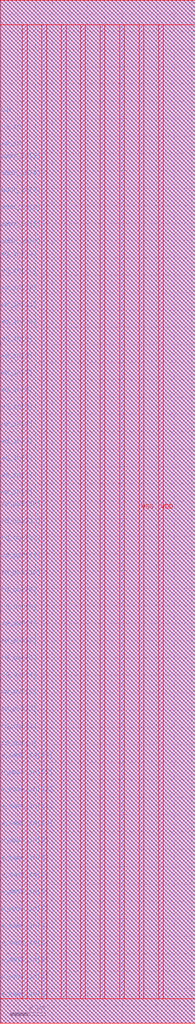
<source format=lef>
VERSION 5.7 ;
BUSBITCHARS "[]" ;
MACRO fakeram45_64x15
  FOREIGN fakeram45_64x15 0 0 ;
  SYMMETRY X Y R90 ;
  SIZE 11.210 BY 58.800 ;
  CLASS BLOCK ;
  PIN w_mask_in[0]
    DIRECTION INPUT ;
    USE SIGNAL ;
    SHAPE ABUTMENT ;
    PORT
      LAYER metal3 ;
      RECT 0.000 1.365 0.070 1.435 ;
    END
  END w_mask_in[0]
  PIN w_mask_in[1]
    DIRECTION INPUT ;
    USE SIGNAL ;
    SHAPE ABUTMENT ;
    PORT
      LAYER metal3 ;
      RECT 0.000 2.345 0.070 2.415 ;
    END
  END w_mask_in[1]
  PIN w_mask_in[2]
    DIRECTION INPUT ;
    USE SIGNAL ;
    SHAPE ABUTMENT ;
    PORT
      LAYER metal3 ;
      RECT 0.000 3.325 0.070 3.395 ;
    END
  END w_mask_in[2]
  PIN w_mask_in[3]
    DIRECTION INPUT ;
    USE SIGNAL ;
    SHAPE ABUTMENT ;
    PORT
      LAYER metal3 ;
      RECT 0.000 4.305 0.070 4.375 ;
    END
  END w_mask_in[3]
  PIN w_mask_in[4]
    DIRECTION INPUT ;
    USE SIGNAL ;
    SHAPE ABUTMENT ;
    PORT
      LAYER metal3 ;
      RECT 0.000 5.285 0.070 5.355 ;
    END
  END w_mask_in[4]
  PIN w_mask_in[5]
    DIRECTION INPUT ;
    USE SIGNAL ;
    SHAPE ABUTMENT ;
    PORT
      LAYER metal3 ;
      RECT 0.000 6.265 0.070 6.335 ;
    END
  END w_mask_in[5]
  PIN w_mask_in[6]
    DIRECTION INPUT ;
    USE SIGNAL ;
    SHAPE ABUTMENT ;
    PORT
      LAYER metal3 ;
      RECT 0.000 7.245 0.070 7.315 ;
    END
  END w_mask_in[6]
  PIN w_mask_in[7]
    DIRECTION INPUT ;
    USE SIGNAL ;
    SHAPE ABUTMENT ;
    PORT
      LAYER metal3 ;
      RECT 0.000 8.225 0.070 8.295 ;
    END
  END w_mask_in[7]
  PIN w_mask_in[8]
    DIRECTION INPUT ;
    USE SIGNAL ;
    SHAPE ABUTMENT ;
    PORT
      LAYER metal3 ;
      RECT 0.000 9.205 0.070 9.275 ;
    END
  END w_mask_in[8]
  PIN w_mask_in[9]
    DIRECTION INPUT ;
    USE SIGNAL ;
    SHAPE ABUTMENT ;
    PORT
      LAYER metal3 ;
      RECT 0.000 10.185 0.070 10.255 ;
    END
  END w_mask_in[9]
  PIN w_mask_in[10]
    DIRECTION INPUT ;
    USE SIGNAL ;
    SHAPE ABUTMENT ;
    PORT
      LAYER metal3 ;
      RECT 0.000 11.165 0.070 11.235 ;
    END
  END w_mask_in[10]
  PIN w_mask_in[11]
    DIRECTION INPUT ;
    USE SIGNAL ;
    SHAPE ABUTMENT ;
    PORT
      LAYER metal3 ;
      RECT 0.000 12.145 0.070 12.215 ;
    END
  END w_mask_in[11]
  PIN w_mask_in[12]
    DIRECTION INPUT ;
    USE SIGNAL ;
    SHAPE ABUTMENT ;
    PORT
      LAYER metal3 ;
      RECT 0.000 13.125 0.070 13.195 ;
    END
  END w_mask_in[12]
  PIN w_mask_in[13]
    DIRECTION INPUT ;
    USE SIGNAL ;
    SHAPE ABUTMENT ;
    PORT
      LAYER metal3 ;
      RECT 0.000 14.105 0.070 14.175 ;
    END
  END w_mask_in[13]
  PIN w_mask_in[14]
    DIRECTION INPUT ;
    USE SIGNAL ;
    SHAPE ABUTMENT ;
    PORT
      LAYER metal3 ;
      RECT 0.000 15.085 0.070 15.155 ;
    END
  END w_mask_in[14]
  PIN rd_out[0]
    DIRECTION OUTPUT ;
    USE SIGNAL ;
    SHAPE ABUTMENT ;
    PORT
      LAYER metal3 ;
      RECT 0.000 15.785 0.070 15.855 ;
    END
  END rd_out[0]
  PIN rd_out[1]
    DIRECTION OUTPUT ;
    USE SIGNAL ;
    SHAPE ABUTMENT ;
    PORT
      LAYER metal3 ;
      RECT 0.000 16.765 0.070 16.835 ;
    END
  END rd_out[1]
  PIN rd_out[2]
    DIRECTION OUTPUT ;
    USE SIGNAL ;
    SHAPE ABUTMENT ;
    PORT
      LAYER metal3 ;
      RECT 0.000 17.745 0.070 17.815 ;
    END
  END rd_out[2]
  PIN rd_out[3]
    DIRECTION OUTPUT ;
    USE SIGNAL ;
    SHAPE ABUTMENT ;
    PORT
      LAYER metal3 ;
      RECT 0.000 18.725 0.070 18.795 ;
    END
  END rd_out[3]
  PIN rd_out[4]
    DIRECTION OUTPUT ;
    USE SIGNAL ;
    SHAPE ABUTMENT ;
    PORT
      LAYER metal3 ;
      RECT 0.000 19.705 0.070 19.775 ;
    END
  END rd_out[4]
  PIN rd_out[5]
    DIRECTION OUTPUT ;
    USE SIGNAL ;
    SHAPE ABUTMENT ;
    PORT
      LAYER metal3 ;
      RECT 0.000 20.685 0.070 20.755 ;
    END
  END rd_out[5]
  PIN rd_out[6]
    DIRECTION OUTPUT ;
    USE SIGNAL ;
    SHAPE ABUTMENT ;
    PORT
      LAYER metal3 ;
      RECT 0.000 21.665 0.070 21.735 ;
    END
  END rd_out[6]
  PIN rd_out[7]
    DIRECTION OUTPUT ;
    USE SIGNAL ;
    SHAPE ABUTMENT ;
    PORT
      LAYER metal3 ;
      RECT 0.000 22.645 0.070 22.715 ;
    END
  END rd_out[7]
  PIN rd_out[8]
    DIRECTION OUTPUT ;
    USE SIGNAL ;
    SHAPE ABUTMENT ;
    PORT
      LAYER metal3 ;
      RECT 0.000 23.625 0.070 23.695 ;
    END
  END rd_out[8]
  PIN rd_out[9]
    DIRECTION OUTPUT ;
    USE SIGNAL ;
    SHAPE ABUTMENT ;
    PORT
      LAYER metal3 ;
      RECT 0.000 24.605 0.070 24.675 ;
    END
  END rd_out[9]
  PIN rd_out[10]
    DIRECTION OUTPUT ;
    USE SIGNAL ;
    SHAPE ABUTMENT ;
    PORT
      LAYER metal3 ;
      RECT 0.000 25.585 0.070 25.655 ;
    END
  END rd_out[10]
  PIN rd_out[11]
    DIRECTION OUTPUT ;
    USE SIGNAL ;
    SHAPE ABUTMENT ;
    PORT
      LAYER metal3 ;
      RECT 0.000 26.565 0.070 26.635 ;
    END
  END rd_out[11]
  PIN rd_out[12]
    DIRECTION OUTPUT ;
    USE SIGNAL ;
    SHAPE ABUTMENT ;
    PORT
      LAYER metal3 ;
      RECT 0.000 27.545 0.070 27.615 ;
    END
  END rd_out[12]
  PIN rd_out[13]
    DIRECTION OUTPUT ;
    USE SIGNAL ;
    SHAPE ABUTMENT ;
    PORT
      LAYER metal3 ;
      RECT 0.000 28.525 0.070 28.595 ;
    END
  END rd_out[13]
  PIN rd_out[14]
    DIRECTION OUTPUT ;
    USE SIGNAL ;
    SHAPE ABUTMENT ;
    PORT
      LAYER metal3 ;
      RECT 0.000 29.505 0.070 29.575 ;
    END
  END rd_out[14]
  PIN wd_in[0]
    DIRECTION INPUT ;
    USE SIGNAL ;
    SHAPE ABUTMENT ;
    PORT
      LAYER metal3 ;
      RECT 0.000 30.205 0.070 30.275 ;
    END
  END wd_in[0]
  PIN wd_in[1]
    DIRECTION INPUT ;
    USE SIGNAL ;
    SHAPE ABUTMENT ;
    PORT
      LAYER metal3 ;
      RECT 0.000 31.185 0.070 31.255 ;
    END
  END wd_in[1]
  PIN wd_in[2]
    DIRECTION INPUT ;
    USE SIGNAL ;
    SHAPE ABUTMENT ;
    PORT
      LAYER metal3 ;
      RECT 0.000 32.165 0.070 32.235 ;
    END
  END wd_in[2]
  PIN wd_in[3]
    DIRECTION INPUT ;
    USE SIGNAL ;
    SHAPE ABUTMENT ;
    PORT
      LAYER metal3 ;
      RECT 0.000 33.145 0.070 33.215 ;
    END
  END wd_in[3]
  PIN wd_in[4]
    DIRECTION INPUT ;
    USE SIGNAL ;
    SHAPE ABUTMENT ;
    PORT
      LAYER metal3 ;
      RECT 0.000 34.125 0.070 34.195 ;
    END
  END wd_in[4]
  PIN wd_in[5]
    DIRECTION INPUT ;
    USE SIGNAL ;
    SHAPE ABUTMENT ;
    PORT
      LAYER metal3 ;
      RECT 0.000 35.105 0.070 35.175 ;
    END
  END wd_in[5]
  PIN wd_in[6]
    DIRECTION INPUT ;
    USE SIGNAL ;
    SHAPE ABUTMENT ;
    PORT
      LAYER metal3 ;
      RECT 0.000 36.085 0.070 36.155 ;
    END
  END wd_in[6]
  PIN wd_in[7]
    DIRECTION INPUT ;
    USE SIGNAL ;
    SHAPE ABUTMENT ;
    PORT
      LAYER metal3 ;
      RECT 0.000 37.065 0.070 37.135 ;
    END
  END wd_in[7]
  PIN wd_in[8]
    DIRECTION INPUT ;
    USE SIGNAL ;
    SHAPE ABUTMENT ;
    PORT
      LAYER metal3 ;
      RECT 0.000 38.045 0.070 38.115 ;
    END
  END wd_in[8]
  PIN wd_in[9]
    DIRECTION INPUT ;
    USE SIGNAL ;
    SHAPE ABUTMENT ;
    PORT
      LAYER metal3 ;
      RECT 0.000 39.025 0.070 39.095 ;
    END
  END wd_in[9]
  PIN wd_in[10]
    DIRECTION INPUT ;
    USE SIGNAL ;
    SHAPE ABUTMENT ;
    PORT
      LAYER metal3 ;
      RECT 0.000 40.005 0.070 40.075 ;
    END
  END wd_in[10]
  PIN wd_in[11]
    DIRECTION INPUT ;
    USE SIGNAL ;
    SHAPE ABUTMENT ;
    PORT
      LAYER metal3 ;
      RECT 0.000 40.985 0.070 41.055 ;
    END
  END wd_in[11]
  PIN wd_in[12]
    DIRECTION INPUT ;
    USE SIGNAL ;
    SHAPE ABUTMENT ;
    PORT
      LAYER metal3 ;
      RECT 0.000 41.965 0.070 42.035 ;
    END
  END wd_in[12]
  PIN wd_in[13]
    DIRECTION INPUT ;
    USE SIGNAL ;
    SHAPE ABUTMENT ;
    PORT
      LAYER metal3 ;
      RECT 0.000 42.945 0.070 43.015 ;
    END
  END wd_in[13]
  PIN wd_in[14]
    DIRECTION INPUT ;
    USE SIGNAL ;
    SHAPE ABUTMENT ;
    PORT
      LAYER metal3 ;
      RECT 0.000 43.925 0.070 43.995 ;
    END
  END wd_in[14]
  PIN addr_in[0]
    DIRECTION INPUT ;
    USE SIGNAL ;
    SHAPE ABUTMENT ;
    PORT
      LAYER metal3 ;
      RECT 0.000 44.625 0.070 44.695 ;
    END
  END addr_in[0]
  PIN addr_in[1]
    DIRECTION INPUT ;
    USE SIGNAL ;
    SHAPE ABUTMENT ;
    PORT
      LAYER metal3 ;
      RECT 0.000 45.605 0.070 45.675 ;
    END
  END addr_in[1]
  PIN addr_in[2]
    DIRECTION INPUT ;
    USE SIGNAL ;
    SHAPE ABUTMENT ;
    PORT
      LAYER metal3 ;
      RECT 0.000 46.585 0.070 46.655 ;
    END
  END addr_in[2]
  PIN addr_in[3]
    DIRECTION INPUT ;
    USE SIGNAL ;
    SHAPE ABUTMENT ;
    PORT
      LAYER metal3 ;
      RECT 0.000 47.565 0.070 47.635 ;
    END
  END addr_in[3]
  PIN addr_in[4]
    DIRECTION INPUT ;
    USE SIGNAL ;
    SHAPE ABUTMENT ;
    PORT
      LAYER metal3 ;
      RECT 0.000 48.545 0.070 48.615 ;
    END
  END addr_in[4]
  PIN addr_in[5]
    DIRECTION INPUT ;
    USE SIGNAL ;
    SHAPE ABUTMENT ;
    PORT
      LAYER metal3 ;
      RECT 0.000 49.525 0.070 49.595 ;
    END
  END addr_in[5]
  PIN we_in
    DIRECTION INPUT ;
    USE SIGNAL ;
    SHAPE ABUTMENT ;
    PORT
      LAYER metal3 ;
      RECT 0.000 50.225 0.070 50.295 ;
    END
  END we_in
  PIN ce_in
    DIRECTION INPUT ;
    USE SIGNAL ;
    SHAPE ABUTMENT ;
    PORT
      LAYER metal3 ;
      RECT 0.000 51.205 0.070 51.275 ;
    END
  END ce_in
  PIN clk
    DIRECTION INPUT ;
    USE SIGNAL ;
    SHAPE ABUTMENT ;
    PORT
      LAYER metal3 ;
      RECT 0.000 52.185 0.070 52.255 ;
    END
  END clk
  PIN VSS
    DIRECTION INOUT ;
    USE GROUND ;
    PORT
      LAYER metal4 ;
      RECT 1.260 1.400 1.540 57.400 ;
      RECT 3.500 1.400 3.780 57.400 ;
      RECT 5.740 1.400 6.020 57.400 ;
      RECT 7.980 1.400 8.260 57.400 ;
    END
  END VSS
  PIN VDD
    DIRECTION INOUT ;
    USE POWER ;
    PORT
      LAYER metal4 ;
      RECT 2.380 1.400 2.660 57.400 ;
      RECT 4.620 1.400 4.900 57.400 ;
      RECT 6.860 1.400 7.140 57.400 ;
      RECT 9.100 1.400 9.380 57.400 ;
    END
  END VDD
  OBS
    LAYER metal1 ;
    RECT 0 0 11.210 58.800 ;
    LAYER metal2 ;
    RECT 0 0 11.210 58.800 ;
    LAYER metal3 ;
    RECT 0.070 0 11.210 58.800 ;
    RECT 0 0.000 0.070 1.365 ;
    RECT 0 1.435 0.070 2.345 ;
    RECT 0 2.415 0.070 3.325 ;
    RECT 0 3.395 0.070 4.305 ;
    RECT 0 4.375 0.070 5.285 ;
    RECT 0 5.355 0.070 6.265 ;
    RECT 0 6.335 0.070 7.245 ;
    RECT 0 7.315 0.070 8.225 ;
    RECT 0 8.295 0.070 9.205 ;
    RECT 0 9.275 0.070 10.185 ;
    RECT 0 10.255 0.070 11.165 ;
    RECT 0 11.235 0.070 12.145 ;
    RECT 0 12.215 0.070 13.125 ;
    RECT 0 13.195 0.070 14.105 ;
    RECT 0 14.175 0.070 15.085 ;
    RECT 0 15.155 0.070 15.785 ;
    RECT 0 15.855 0.070 16.765 ;
    RECT 0 16.835 0.070 17.745 ;
    RECT 0 17.815 0.070 18.725 ;
    RECT 0 18.795 0.070 19.705 ;
    RECT 0 19.775 0.070 20.685 ;
    RECT 0 20.755 0.070 21.665 ;
    RECT 0 21.735 0.070 22.645 ;
    RECT 0 22.715 0.070 23.625 ;
    RECT 0 23.695 0.070 24.605 ;
    RECT 0 24.675 0.070 25.585 ;
    RECT 0 25.655 0.070 26.565 ;
    RECT 0 26.635 0.070 27.545 ;
    RECT 0 27.615 0.070 28.525 ;
    RECT 0 28.595 0.070 29.505 ;
    RECT 0 29.575 0.070 30.205 ;
    RECT 0 30.275 0.070 31.185 ;
    RECT 0 31.255 0.070 32.165 ;
    RECT 0 32.235 0.070 33.145 ;
    RECT 0 33.215 0.070 34.125 ;
    RECT 0 34.195 0.070 35.105 ;
    RECT 0 35.175 0.070 36.085 ;
    RECT 0 36.155 0.070 37.065 ;
    RECT 0 37.135 0.070 38.045 ;
    RECT 0 38.115 0.070 39.025 ;
    RECT 0 39.095 0.070 40.005 ;
    RECT 0 40.075 0.070 40.985 ;
    RECT 0 41.055 0.070 41.965 ;
    RECT 0 42.035 0.070 42.945 ;
    RECT 0 43.015 0.070 43.925 ;
    RECT 0 43.995 0.070 44.625 ;
    RECT 0 44.695 0.070 45.605 ;
    RECT 0 45.675 0.070 46.585 ;
    RECT 0 46.655 0.070 47.565 ;
    RECT 0 47.635 0.070 48.545 ;
    RECT 0 48.615 0.070 49.525 ;
    RECT 0 49.595 0.070 50.225 ;
    RECT 0 50.295 0.070 51.205 ;
    RECT 0 51.275 0.070 52.185 ;
    RECT 0 52.255 0.070 58.800 ;
    LAYER metal4 ;
    RECT 0 0 11.210 1.400 ;
    RECT 0 57.400 11.210 58.800 ;
    RECT 0.000 1.400 1.260 57.400 ;
    RECT 1.540 1.400 2.380 57.400 ;
    RECT 2.660 1.400 3.500 57.400 ;
    RECT 3.780 1.400 4.620 57.400 ;
    RECT 4.900 1.400 5.740 57.400 ;
    RECT 6.020 1.400 6.860 57.400 ;
    RECT 7.140 1.400 7.980 57.400 ;
    RECT 8.260 1.400 9.100 57.400 ;
    RECT 9.380 1.400 11.210 57.400 ;
    LAYER OVERLAP ;
    RECT 0 0 11.210 58.800 ;
  END
END fakeram45_64x15

END LIBRARY

</source>
